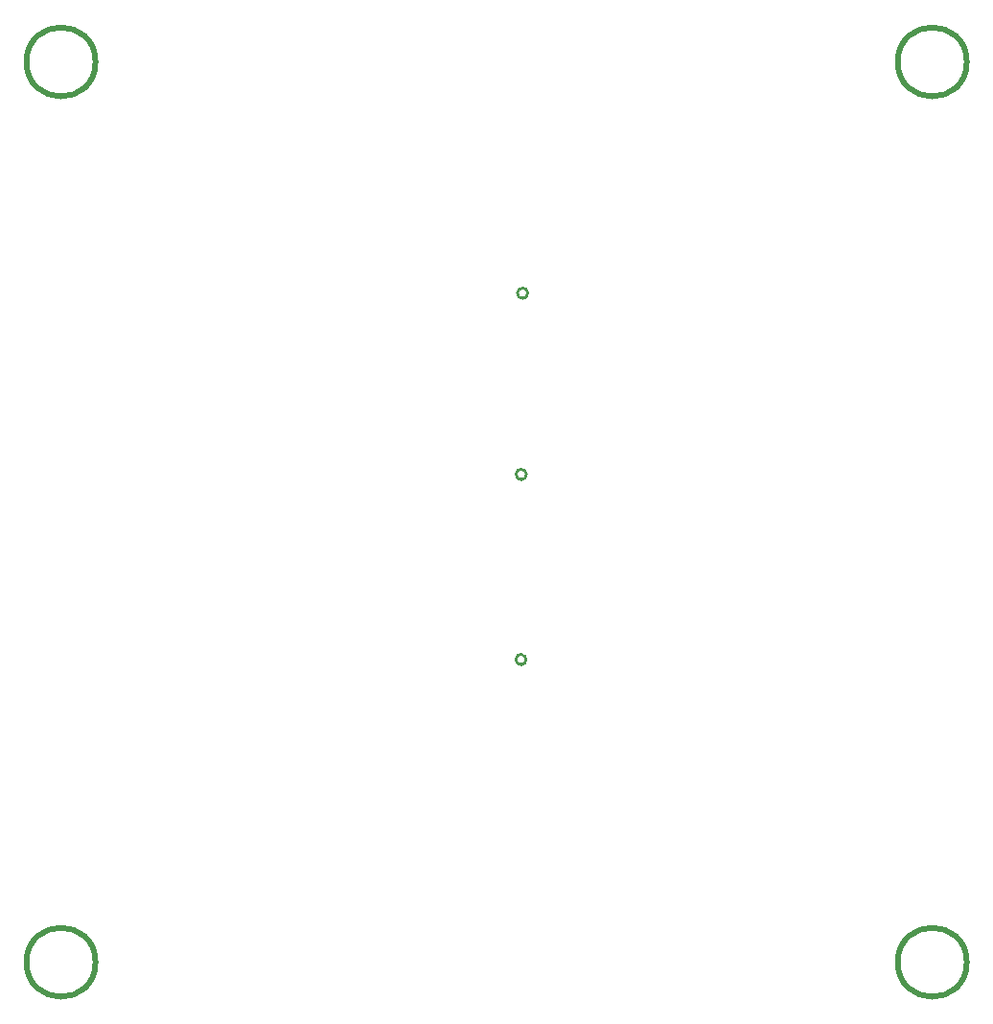
<source format=gbr>
G04*
G04 #@! TF.GenerationSoftware,Altium Limited,Altium Designer,23.6.0 (18)*
G04*
G04 Layer_Color=16711935*
%FSLAX25Y25*%
%MOIN*%
G70*
G04*
G04 #@! TF.SameCoordinates,4C77A988-F8BE-4A75-A6A8-83DB4AFB9164*
G04*
G04*
G04 #@! TF.FilePolarity,Positive*
G04*
G01*
G75*
%ADD15C,0.01000*%
%ADD20C,0.02000*%
D15*
X162328Y232587D02*
G03*
X162328Y232587I-1803J0D01*
G01*
X161768Y105223D02*
G03*
X161768Y105223I-1803J0D01*
G01*
X161828Y169587D02*
G03*
X161828Y169587I-1803J0D01*
G01*
D20*
X315000Y0D02*
G03*
X315000Y0I-12000J0D01*
G01*
X12000D02*
G03*
X12000Y0I-12000J0D01*
G01*
X315000Y313000D02*
G03*
X315000Y313000I-12000J0D01*
G01*
X12000D02*
G03*
X12000Y313000I-12000J0D01*
G01*
M02*

</source>
